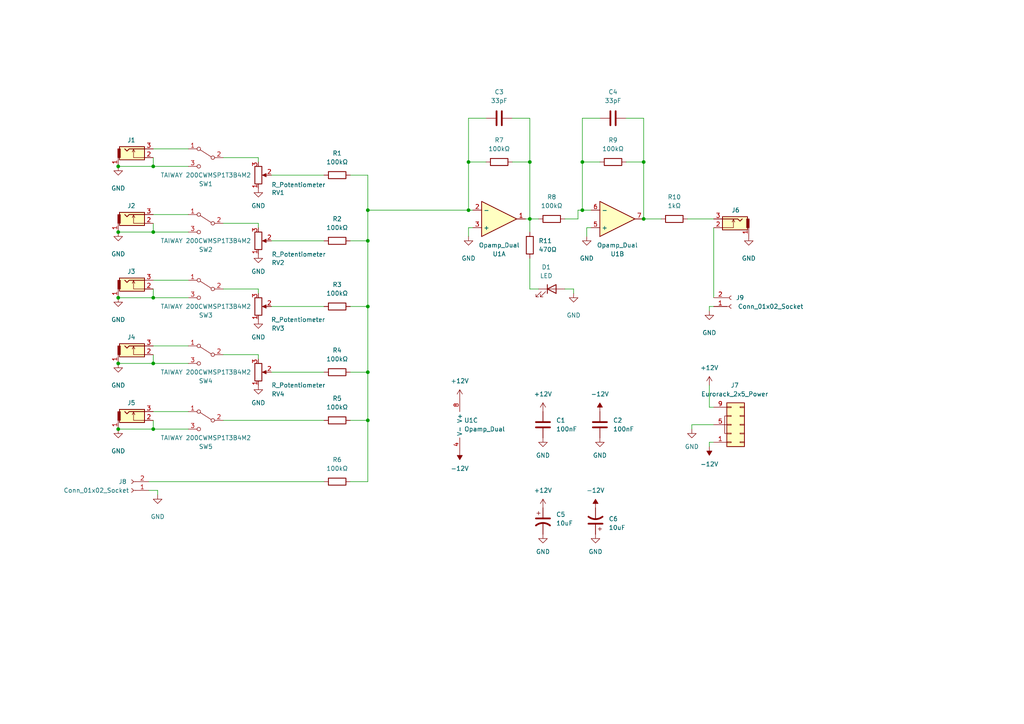
<source format=kicad_sch>
(kicad_sch (version 20230121) (generator eeschema)
  (paper "A4")
  (title_block (title "Mixer") (date "2023-08-13") (rev "v0.4") (company "Free Modular"))
  (lib_symbols
    (symbol "Connector:Conn_01x02_Socket" (pin_names (offset 1.016) hide)
      (property "Reference" "J" (at 0 2.54 0))
      (property "Value" "Conn_01x02_Socket" (at 0 -5.08 0))
      (symbol "Conn_01x02_Socket_1_1"
        (arc (start 0 -2.032) (mid -0.5058 -2.54) (end 0 -3.048) (stroke (width 0.1524)))
        (polyline (pts (xy -1.27 -2.54) (xy -0.508 -2.54)) (stroke (width 0.1524)))
        (polyline (pts (xy -1.27 0) (xy -0.508 0)) (stroke (width 0.1524)))
        (arc (start 0 0.508) (mid -0.5058 0) (end 0 -0.508) (stroke (width 0.1524)))
        (pin passive line (at -5.08 0 0) (length 3.81) (name "Pin_1") (number "1"))
        (pin passive line (at -5.08 -2.54 0) (length 3.81) (name "Pin_2") (number "2"))
      )
    )
    (symbol "Device:C" (pin_numbers hide) (pin_names (offset 0.254))
      (property "Reference" "C" (at 0.635 2.54 0))
      (property "Value" "C" (at 0.635 -2.54 0))
      (symbol "C_0_1"
        (polyline (pts (xy -2.032 -0.762) (xy 2.032 -0.762)) (stroke (width 0.508)))
        (polyline (pts (xy -2.032 0.762) (xy 2.032 0.762)) (stroke (width 0.508)))
      )
      (symbol "C_1_1"
        (pin passive line (at 0 3.81 270) (length 2.794) (name "~") (number "1"))
        (pin passive line (at 0 -3.81 90) (length 2.794) (name "~") (number "2"))
      )
    )
    (symbol "Device:C_Polarized_US" (pin_numbers hide) (pin_names (offset 0.254) hide)
      (property "Reference" "C" (at 0.635 2.54 0))
      (property "Value" "C_Polarized_US" (at 0.635 -2.54 0))
      (symbol "C_Polarized_US_0_1"
        (polyline (pts (xy -2.032 0.762) (xy 2.032 0.762)) (stroke (width 0.508)))
        (polyline (pts (xy -1.778 2.286) (xy -0.762 2.286)))
        (polyline (pts (xy -1.27 1.778) (xy -1.27 2.794)))
        (arc (start 2.032 -1.27) (mid 0 -0.5572) (end -2.032 -1.27) (stroke (width 0.508)))
      )
      (symbol "C_Polarized_US_1_1"
        (pin passive line (at 0 3.81 270) (length 2.794) (name "~") (number "1"))
        (pin passive line (at 0 -3.81 90) (length 3.302) (name "~") (number "2"))
      )
    )
    (symbol "Device:LED" (pin_numbers hide) (pin_names (offset 1.016) hide)
      (property "Reference" "D" (at 0 2.54 0))
      (property "Value" "LED" (at 0 -2.54 0))
      (symbol "LED_0_1"
        (polyline (pts (xy -1.27 -1.27) (xy -1.27 1.27)) (stroke (width 0.254)))
        (polyline (pts (xy -1.27 0) (xy 1.27 0)))
        (polyline (pts (xy 1.27 -1.27) (xy 1.27 1.27) (xy -1.27 0) (xy 1.27 -1.27)) (stroke (width 0.254)))
        (polyline (pts (xy -3.048 -0.762) (xy -4.572 -2.286) (xy -3.81 -2.286) (xy -4.572 -2.286) (xy -4.572 -1.524)))
        (polyline (pts (xy -1.778 -0.762) (xy -3.302 -2.286) (xy -2.54 -2.286) (xy -3.302 -2.286) (xy -3.302 -1.524)))
      )
      (symbol "LED_1_1"
        (pin passive line (at -3.81 0 0) (length 2.54) (name "K") (number "1"))
        (pin passive line (at 3.81 0 180) (length 2.54) (name "A") (number "2"))
      )
    )
    (symbol "Device:Opamp_Dual"
      (property "Reference" "U" (at 0 5.08 0))
      (property "Value" "Opamp_Dual" (at 0 -5.08 0))
      (symbol "Opamp_Dual_1_1"
        (polyline (pts (xy -5.08 5.08) (xy 5.08 0) (xy -5.08 -5.08) (xy -5.08 5.08)) (stroke (width 0.254)) (fill (type background)))
        (pin output line (at 7.62 0 180) (length 2.54) (name "~") (number "1"))
        (pin input line (at -7.62 -2.54 0) (length 2.54) (name "-") (number "2"))
        (pin input line (at -7.62 2.54 0) (length 2.54) (name "+") (number "3"))
      )
      (symbol "Opamp_Dual_2_1"
        (polyline (pts (xy -5.08 5.08) (xy 5.08 0) (xy -5.08 -5.08) (xy -5.08 5.08)) (stroke (width 0.254)) (fill (type background)))
        (pin input line (at -7.62 2.54 0) (length 2.54) (name "+") (number "5"))
        (pin input line (at -7.62 -2.54 0) (length 2.54) (name "-") (number "6"))
        (pin output line (at 7.62 0 180) (length 2.54) (name "~") (number "7"))
      )
      (symbol "Opamp_Dual_3_1"
        (pin power_in line (at -2.54 -7.62 90) (length 3.81) (name "V-") (number "4"))
        (pin power_in line (at -2.54 7.62 270) (length 3.81) (name "V+") (number "8"))
      )
    )
    (symbol "Device:R" (pin_numbers hide) (pin_names (offset 0))
      (property "Reference" "R" (at 2.032 0 90))
      (property "Value" "R" (at 0 0 90))
      (symbol "R_0_1"
        (rectangle (start -1.016 -2.54) (end 1.016 2.54) (stroke (width 0.254)))
      )
      (symbol "R_1_1"
        (pin passive line (at 0 3.81 270) (length 1.27) (name "~") (number "1"))
        (pin passive line (at 0 -3.81 90) (length 1.27) (name "~") (number "2"))
      )
    )
    (symbol "Device:R_Potentiometer" (pin_names (offset 1.016) hide)
      (property "Reference" "RV" (at -4.445 0 90))
      (property "Value" "R_Potentiometer" (at -2.54 0 90))
      (symbol "R_Potentiometer_0_1"
        (polyline (pts (xy 2.54 0) (xy 1.524 0)))
        (polyline (pts (xy 1.143 0) (xy 2.286 0.508) (xy 2.286 -0.508) (xy 1.143 0)) (fill (type outline)))
        (rectangle (start 1.016 2.54) (end -1.016 -2.54) (stroke (width 0.254)))
      )
      (symbol "R_Potentiometer_1_1"
        (pin passive line (at 0 3.81 270) (length 1.27) (name "1") (number "1"))
        (pin passive line (at 3.81 0 180) (length 1.27) (name "2") (number "2"))
        (pin passive line (at 0 -3.81 90) (length 1.27) (name "3") (number "3"))
      )
    )
    (symbol "FreeModular:Eurorack_2x5_Power" (pin_names (offset 1.016) hide)
      (property "Reference" "J7" (at 5.08 0 0))
      (property "Value" "Eurorack_2x5_Power" (at 5.08 -2.54 0))
      (symbol "Eurorack_2x5_Power_0_1"
        (polyline (pts (xy -1.27 5.08) (xy -1.905 5.08) (xy -1.905 0) (xy -1.27 0)))
      )
      (symbol "Eurorack_2x5_Power_1_1"
        (rectangle (start -1.27 -2.413) (end 0 -2.667) (stroke (width 0.1524)))
        (rectangle (start -1.27 0.127) (end 0 -0.127) (stroke (width 0.1524)))
        (rectangle (start -1.27 2.667) (end 0 2.413) (stroke (width 0.1524)))
        (rectangle (start -1.27 5.207) (end 0 4.953) (stroke (width 0.1524)))
        (rectangle (start -1.27 7.747) (end 0 7.493) (stroke (width 0.1524)))
        (rectangle (start -1.27 8.89) (end 3.81 -3.81) (stroke (width 0.254)) (fill (type background)))
        (rectangle (start 3.81 -2.413) (end 2.54 -2.667) (stroke (width 0.1524)))
        (rectangle (start 3.81 0.127) (end 2.54 -0.127) (stroke (width 0.1524)))
        (rectangle (start 3.81 2.667) (end 2.54 2.413) (stroke (width 0.1524)))
        (rectangle (start 3.81 5.207) (end 2.54 4.953) (stroke (width 0.1524)))
        (rectangle (start 3.81 7.747) (end 2.54 7.493) (stroke (width 0.1524)))
        (pin power_out line (at -5.08 7.62 0) (length 3.81) (name "-12v") (number "1"))
        (pin passive line (at -5.08 -2.54 0) (length 3.81) hide (name "+12v") (number "10"))
        (pin passive line (at -5.08 7.62 0) (length 3.81) hide (name "-12v") (number "2"))
        (pin passive line (at -5.08 2.54 0) (length 3.81) hide (name "GND") (number "3"))
        (pin passive line (at -5.08 2.54 0) (length 3.81) hide (name "GND") (number "4"))
        (pin passive line (at -5.08 2.54 0) (length 3.81) (name "GND") (number "5"))
        (pin passive line (at -5.08 2.54 0) (length 3.81) hide (name "GND") (number "6"))
        (pin passive line (at -5.08 2.54 0) (length 3.81) hide (name "GND") (number "7"))
        (pin passive line (at -5.08 2.54 0) (length 3.81) hide (name "GND") (number "8"))
        (pin power_out line (at -5.08 -2.54 0) (length 3.81) (name "+12v") (number "9"))
      )
    )
    (symbol "FreeModular:SW_SPDT_small" (pin_names (offset 0) hide)
      (property "Reference" "SW3" (at 0.8945 7.6757 0))
      (property "Value" "TAIWAY 200CWMSP1T3B4M2" (at 12.7 5.08 0))
      (symbol "SW_SPDT_small_0_0"
        (circle (center -2.032 0) (radius 0.508))
        (circle (center 2.032 -2.54) (radius 0.508))
      )
      (symbol "SW_SPDT_small_0_1"
        (polyline (pts (xy -1.524 0.254) (xy 1.651 2.286)))
        (circle (center 2.032 2.54) (radius 0.508))
      )
      (symbol "SW_SPDT_small_1_1"
        (pin passive line (at 5.08 2.54 180) (length 2.54) (name "A") (number "1"))
        (pin passive line (at -5.08 0 0) (length 2.54) (name "B") (number "2"))
        (pin passive line (at 5.08 -2.54 180) (length 2.54) (name "C") (number "3"))
      )
    )
    (symbol "FreeModular:THONKICONN" (pin_names (offset 1.016))
      (property "Reference" "J" (at -1.27 4.445 0))
      (symbol "THONKICONN_0_1"
        (rectangle (start -4.699 3.175) (end 2.54 -0.635) (stroke (width 0.254)) (fill (type background)))
        (rectangle (start -4.445 0) (end -5.207 2.54) (fill (type outline)))
        (polyline (pts (xy -0.635 2.413) (xy -0.254 1.651)))
        (polyline (pts (xy 2.54 0) (xy -0.635 0) (xy -0.635 2.413) (xy -1.016 1.651)))
        (polyline (pts (xy 2.54 2.54) (xy -1.905 2.54) (xy -2.54 1.905) (xy -3.175 2.54)) (stroke (width 0.254)))
      )
      (symbol "THONKICONN_1_1"
        (pin passive line (at -5.08 -2.54 90) (length 2.54) (name "~") (number "1"))
        (pin passive line (at 5.08 0 180) (length 2.54) (name "~") (number "2"))
        (pin passive line (at 5.08 2.54 180) (length 2.54) (name "~") (number "3"))
      )
    )
    (symbol "power:+12V" (power) (pin_names (offset 0))
      (property "Value" "+12V" (at 0 3.556 0))
      (symbol "+12V_0_1"
        (polyline (pts (xy -0.762 1.27) (xy 0 2.54)))
        (polyline (pts (xy 0 0) (xy 0 2.54)))
        (polyline (pts (xy 0 2.54) (xy 0.762 1.27)))
      )
      (symbol "+12V_1_1"
        (pin power_in line (at 0 0 90) (length 0) hide (name "+12V") (number "1"))
      )
    )
    (symbol "power:-12V" (power) (pin_names (offset 0))
      (property "Value" "-12V" (at 0 3.81 0))
      (symbol "-12V_0_0"
        (pin power_in line (at 0 0 90) (length 0) hide (name "-12V") (number "1"))
      )
      (symbol "-12V_0_1"
        (polyline (pts (xy 0 0) (xy 0 1.27) (xy 0.762 1.27) (xy 0 2.54) (xy -0.762 1.27) (xy 0 1.27)) (fill (type outline)))
      )
    )
    (symbol "power:GND" (power) (pin_names (offset 0))
      (property "Value" "GND" (at 0 -3.81 0))
      (symbol "GND_0_1"
        (polyline (pts (xy 0 0) (xy 0 -1.27) (xy 1.27 -1.27) (xy 0 -2.54) (xy -1.27 -1.27) (xy 0 -1.27)))
      )
      (symbol "GND_1_1"
        (pin power_in line (at 0 0 270) (length 0) hide (name "GND") (number "1"))
      )
    )
  )
  (junction (at 44.45 86.36))
  (junction (at 106.68 107.95))
  (junction (at 153.67 63.5))
  (junction (at 34.29 67.31))
  (junction (at 44.45 48.26))
  (junction (at 34.29 48.26))
  (junction (at 168.91 46.99))
  (junction (at 34.29 124.46))
  (junction (at 44.45 124.46))
  (junction (at 168.91 60.96))
  (junction (at 106.68 69.85))
  (junction (at 44.45 67.31))
  (junction (at 135.89 46.99))
  (junction (at 106.68 60.96))
  (junction (at 135.89 60.96))
  (junction (at 186.69 46.99))
  (junction (at 34.29 86.36))
  (junction (at 106.68 88.9))
  (junction (at 153.67 46.99))
  (junction (at 186.69 63.5))
  (junction (at 44.45 105.41))
  (junction (at 34.29 105.41))
  (junction (at 106.68 121.92))
  (wire (pts (xy 135.89 60.96) (xy 135.89 46.99)))
  (wire (pts (xy 181.61 34.29) (xy 186.69 34.29)))
  (wire (pts (xy 168.91 46.99) (xy 173.99 46.99)))
  (wire (pts (xy 74.93 102.87) (xy 74.93 104.14)))
  (wire (pts (xy 106.68 107.95) (xy 106.68 121.92)))
  (wire (pts (xy 167.64 60.96) (xy 167.64 63.5)))
  (wire (pts (xy 135.89 60.96) (xy 137.16 60.96)))
  (wire (pts (xy 148.59 34.29) (xy 153.67 34.29)))
  (wire (pts (xy 101.6 88.9) (xy 106.68 88.9)))
  (wire (pts (xy 34.29 124.46) (xy 44.45 124.46)))
  (wire (pts (xy 168.91 60.96) (xy 168.91 46.99)))
  (wire (pts (xy 205.74 129.54) (xy 205.74 128.27)))
  (wire (pts (xy 106.68 121.92) (xy 106.68 139.7)))
  (wire (pts (xy 170.18 68.58) (xy 170.18 66.04)))
  (wire (pts (xy 153.67 63.5) (xy 156.21 63.5)))
  (wire (pts (xy 44.45 67.31) (xy 44.45 64.77)))
  (wire (pts (xy 152.4 63.5) (xy 153.67 63.5)))
  (wire (pts (xy 207.01 123.19) (xy 200.66 123.19)))
  (wire (pts (xy 153.67 63.5) (xy 153.67 67.31)))
  (wire (pts (xy 101.6 121.92) (xy 106.68 121.92)))
  (wire (pts (xy 205.74 111.76) (xy 205.74 118.11)))
  (wire (pts (xy 43.18 139.7) (xy 93.98 139.7)))
  (wire (pts (xy 44.45 124.46) (xy 54.61 124.46)))
  (wire (pts (xy 44.45 119.38) (xy 54.61 119.38)))
  (wire (pts (xy 34.29 86.36) (xy 44.45 86.36)))
  (wire (pts (xy 78.74 50.8) (xy 93.98 50.8)))
  (wire (pts (xy 64.77 83.82) (xy 74.93 83.82)))
  (wire (pts (xy 78.74 88.9) (xy 93.98 88.9)))
  (wire (pts (xy 168.91 46.99) (xy 168.91 34.29)))
  (wire (pts (xy 44.45 48.26) (xy 54.61 48.26)))
  (wire (pts (xy 64.77 45.72) (xy 74.93 45.72)))
  (wire (pts (xy 163.83 83.82) (xy 166.37 83.82)))
  (wire (pts (xy 44.45 86.36) (xy 44.45 83.82)))
  (wire (pts (xy 44.45 100.33) (xy 54.61 100.33)))
  (wire (pts (xy 74.93 64.77) (xy 74.93 66.04)))
  (wire (pts (xy 74.93 83.82) (xy 74.93 85.09)))
  (wire (pts (xy 43.18 142.24) (xy 45.72 142.24)))
  (wire (pts (xy 106.68 60.96) (xy 135.89 60.96)))
  (wire (pts (xy 205.74 88.9) (xy 205.74 90.17)))
  (wire (pts (xy 106.68 69.85) (xy 106.68 88.9)))
  (wire (pts (xy 135.89 66.04) (xy 137.16 66.04)))
  (wire (pts (xy 64.77 64.77) (xy 74.93 64.77)))
  (wire (pts (xy 106.68 50.8) (xy 106.68 60.96)))
  (wire (pts (xy 44.45 124.46) (xy 44.45 121.92)))
  (wire (pts (xy 170.18 66.04) (xy 171.45 66.04)))
  (wire (pts (xy 205.74 128.27) (xy 207.01 128.27)))
  (wire (pts (xy 34.29 105.41) (xy 44.45 105.41)))
  (wire (pts (xy 106.68 88.9) (xy 106.68 107.95)))
  (wire (pts (xy 106.68 60.96) (xy 106.68 69.85)))
  (wire (pts (xy 186.69 34.29) (xy 186.69 46.99)))
  (wire (pts (xy 34.29 48.26) (xy 44.45 48.26)))
  (wire (pts (xy 200.66 123.19) (xy 200.66 124.46)))
  (wire (pts (xy 78.74 107.95) (xy 93.98 107.95)))
  (wire (pts (xy 64.77 121.92) (xy 93.98 121.92)))
  (wire (pts (xy 44.45 105.41) (xy 54.61 105.41)))
  (wire (pts (xy 44.45 86.36) (xy 54.61 86.36)))
  (wire (pts (xy 106.68 139.7) (xy 101.6 139.7)))
  (wire (pts (xy 153.67 46.99) (xy 153.67 63.5)))
  (wire (pts (xy 168.91 34.29) (xy 173.99 34.29)))
  (wire (pts (xy 168.91 60.96) (xy 171.45 60.96)))
  (wire (pts (xy 101.6 50.8) (xy 106.68 50.8)))
  (wire (pts (xy 44.45 105.41) (xy 44.45 102.87)))
  (wire (pts (xy 186.69 46.99) (xy 186.69 63.5)))
  (wire (pts (xy 207.01 66.04) (xy 207.01 86.36)))
  (wire (pts (xy 199.39 63.5) (xy 207.01 63.5)))
  (wire (pts (xy 153.67 74.93) (xy 153.67 83.82)))
  (wire (pts (xy 163.83 63.5) (xy 167.64 63.5)))
  (wire (pts (xy 135.89 46.99) (xy 135.89 34.29)))
  (wire (pts (xy 44.45 43.18) (xy 54.61 43.18)))
  (wire (pts (xy 101.6 107.95) (xy 106.68 107.95)))
  (wire (pts (xy 78.74 69.85) (xy 93.98 69.85)))
  (wire (pts (xy 153.67 34.29) (xy 153.67 46.99)))
  (wire (pts (xy 186.69 63.5) (xy 191.77 63.5)))
  (wire (pts (xy 135.89 68.58) (xy 135.89 66.04)))
  (wire (pts (xy 207.01 118.11) (xy 205.74 118.11)))
  (wire (pts (xy 167.64 60.96) (xy 168.91 60.96)))
  (wire (pts (xy 153.67 83.82) (xy 156.21 83.82)))
  (wire (pts (xy 135.89 34.29) (xy 140.97 34.29)))
  (wire (pts (xy 44.45 67.31) (xy 54.61 67.31)))
  (wire (pts (xy 148.59 46.99) (xy 153.67 46.99)))
  (wire (pts (xy 166.37 83.82) (xy 166.37 85.09)))
  (wire (pts (xy 44.45 81.28) (xy 54.61 81.28)))
  (wire (pts (xy 64.77 102.87) (xy 74.93 102.87)))
  (wire (pts (xy 101.6 69.85) (xy 106.68 69.85)))
  (wire (pts (xy 44.45 62.23) (xy 54.61 62.23)))
  (wire (pts (xy 74.93 45.72) (xy 74.93 46.99)))
  (wire (pts (xy 45.72 142.24) (xy 45.72 143.51)))
  (wire (pts (xy 181.61 46.99) (xy 186.69 46.99)))
  (wire (pts (xy 207.01 88.9) (xy 205.74 88.9)))
  (wire (pts (xy 34.29 67.31) (xy 44.45 67.31)))
  (wire (pts (xy 44.45 48.26) (xy 44.45 45.72)))
  (wire (pts (xy 135.89 46.99) (xy 140.97 46.99)))
  (symbol (lib_id "Connector:Conn_01x02_Socket") (at 38.1 142.24 180) (unit 1)
    (property "Reference" "J8" (at 35.56 139.7 0))
    (property "Value" "Conn_01x02_Socket" (at 27.94 142.24 0))
    (property "Footprint" "Connector_PinHeader_2.54mm:PinHeader_1x02_P2.54mm_Vertical" (effects hide))
  )
  (symbol (lib_id "Device:R") (at 97.79 88.9 90) (unit 1)
    (property "Reference" "R3" (at 97.79 82.55 90))
    (property "Value" "100kΩ" (at 97.79 85.09 90))
    (property "Footprint" "Resistor_THT:R_Axial_DIN0207_L6.3mm_D2.5mm_P10.16mm_Horizontal" (effects hide))
  )
  (symbol (lib_id "power:GND") (at 170.18 68.58 0) (unit 1)
    (property "Reference" "#PWR013" (effects hide))
    (property "Value" "GND" (at 170.18 74.93 0))
  )
  (symbol (lib_id "FreeModular:SW_SPDT_small") (at 59.69 83.82 0) (mirror y) (unit 1)
    (property "Reference" "SW3" (at 59.69 91.44 0))
    (property "Value" "TAIWAY 200CWMSP1T3B4M2" (at 59.69 88.9 0))
    (property "Footprint" "FreeModualr:TAIWAY 200CWMSP1T3B4M2" (effects hide))
    (property "Datasheet" "https://www.taiway.com/resource/annexes/product_items/81/383d79ce24fd13ac9c4d36337853e90c.pdf" (effects hide))
  )
  (symbol (lib_id "power:GND") (at 157.48 127 0) (unit 1)
    (property "Reference" "#PWR017" (effects hide))
    (property "Value" "GND" (at 157.48 132.08 0))
  )
  (symbol (lib_id "FreeModular:SW_SPDT_small") (at 59.69 102.87 0) (mirror y) (unit 1)
    (property "Reference" "SW4" (at 59.69 110.49 0))
    (property "Value" "TAIWAY 200CWMSP1T3B4M2" (at 59.69 107.95 0))
    (property "Footprint" "FreeModualr:TAIWAY 200CWMSP1T3B4M2" (effects hide))
    (property "Datasheet" "https://www.taiway.com/resource/annexes/product_items/81/383d79ce24fd13ac9c4d36337853e90c.pdf" (effects hide))
  )
  (symbol (lib_id "power:GND") (at 166.37 85.09 0) (unit 1)
    (property "Reference" "#PWR011" (effects hide))
    (property "Value" "GND" (at 166.37 91.44 0))
  )
  (symbol (lib_id "power:GND") (at 74.93 73.66 0) (unit 1)
    (property "Reference" "#PWR03" (effects hide))
    (property "Value" "GND" (at 74.93 78.74 0))
  )
  (symbol (lib_id "Device:R_Potentiometer") (at 74.93 107.95 0) (mirror x) (unit 1)
    (property "Reference" "RV4" (at 82.55 114.3 0) (effects (justify right)))
    (property "Value" "R_Potentiometer" (at 94.4104 111.7299 0) (effects (justify right)))
    (property "Footprint" "FreeModualr:Alpha_Potentiometer_Grounded" (effects hide))
  )
  (symbol (lib_id "FreeModular:THONKICONN") (at 39.37 83.82 0) (unit 1)
    (property "Reference" "J3" (at 38.1 78.74 0))
    (property "Value" "THONKICONN" (effects hide))
    (property "Footprint" "FreeModualr:THONKICONN" (effects hide))
  )
  (symbol (lib_id "power:GND") (at 172.72 154.94 0) (unit 1)
    (property "Reference" "#PWR028" (effects hide))
    (property "Value" "GND" (at 172.72 160.02 0))
  )
  (symbol (lib_id "power:GND") (at 34.29 67.31 0) (unit 1)
    (property "Reference" "#PWR02" (effects hide))
    (property "Value" "GND" (at 34.29 73.66 0))
  )
  (symbol (lib_id "Device:R") (at 153.67 71.12 180) (unit 1)
    (property "Reference" "R11" (at 156.21 69.85 0) (effects (justify right)))
    (property "Value" "470Ω" (at 156.21 72.39 0) (effects (justify right)))
    (property "Footprint" "Resistor_THT:R_Axial_DIN0207_L6.3mm_D2.5mm_P10.16mm_Horizontal" (effects hide))
  )
  (symbol (lib_id "power:GND") (at 34.29 105.41 0) (unit 1)
    (property "Reference" "#PWR05" (effects hide))
    (property "Value" "GND" (at 34.29 111.76 0))
  )
  (symbol (lib_id "Device:R") (at 177.8 46.99 90) (unit 1)
    (property "Reference" "R9" (at 177.8 40.64 90))
    (property "Value" "100kΩ" (at 177.8 43.18 90))
    (property "Footprint" "Resistor_THT:R_Axial_DIN0207_L6.3mm_D2.5mm_P10.16mm_Horizontal" (effects hide))
  )
  (symbol (lib_id "Device:C") (at 173.99 123.19 0) (unit 1)
    (property "Reference" "C2" (at 177.8 121.92 0) (effects (justify left)))
    (property "Value" "100nF" (at 177.8 124.46 0) (effects (justify left)))
    (property "Footprint" "Capacitor_THT:C_Disc_D4.7mm_W2.5mm_P5.00mm" (effects hide))
  )
  (symbol (lib_id "FreeModular:Eurorack_2x5_Power") (at 212.09 120.65 0) (mirror x) (unit 1)
    (property "Reference" "J7" (at 213.106 111.76 0))
    (property "Value" "Eurorack_2x5_Power" (at 213.106 114.3 0))
    (property "Footprint" "Connector_IDC:IDC-Header_2x05_P2.54mm_Vertical" (effects hide))
  )
  (symbol (lib_id "power:GND") (at 217.17 68.58 0) (unit 1)
    (property "Reference" "#PWR010" (effects hide))
    (property "Value" "GND" (at 217.17 74.93 0))
  )
  (symbol (lib_id "power:-12V") (at 205.74 129.54 0) (mirror x) (unit 1)
    (property "Reference" "#PWR020" (effects hide))
    (property "Value" "-12V" (at 205.74 134.62 0))
  )
  (symbol (lib_id "Device:C_Polarized_US") (at 157.48 151.13 0) (unit 1)
    (property "Reference" "C5" (at 161.29 149.225 0) (effects (justify left)))
    (property "Value" "10uF" (at 161.29 151.765 0) (effects (justify left)))
    (property "Footprint" "Capacitor_THT:CP_Radial_D4.0mm_P2.00mm" (effects hide))
  )
  (symbol (lib_id "Device:C") (at 144.78 34.29 90) (unit 1)
    (property "Reference" "C3" (at 144.78 26.67 90))
    (property "Value" "33pF" (at 144.78 29.21 90))
    (property "Footprint" "Capacitor_THT:C_Disc_D4.7mm_W2.5mm_P5.00mm" (effects hide))
  )
  (symbol (lib_id "Connector:Conn_01x02_Socket") (at 212.09 88.9 0) (mirror x) (unit 1)
    (property "Reference" "J9" (at 214.63 86.36 0))
    (property "Value" "Conn_01x02_Socket" (at 223.52 88.9 0))
    (property "Footprint" "Connector_PinHeader_2.54mm:PinHeader_1x02_P2.54mm_Vertical" (effects hide))
  )
  (symbol (lib_id "Device:R") (at 97.79 121.92 90) (unit 1)
    (property "Reference" "R5" (at 97.79 115.57 90))
    (property "Value" "100kΩ" (at 97.79 118.11 90))
    (property "Footprint" "Resistor_THT:R_Axial_DIN0207_L6.3mm_D2.5mm_P10.16mm_Horizontal" (effects hide))
  )
  (symbol (lib_id "power:GND") (at 173.99 127 0) (unit 1)
    (property "Reference" "#PWR019" (effects hide))
    (property "Value" "GND" (at 173.99 132.08 0))
  )
  (symbol (lib_id "Device:C_Polarized_US") (at 172.72 151.13 180) (unit 1)
    (property "Reference" "C6" (at 176.53 150.495 0) (effects (justify right)))
    (property "Value" "10uF" (at 176.53 153.035 0) (effects (justify right)))
    (property "Footprint" "Capacitor_THT:CP_Radial_D4.0mm_P2.00mm" (effects hide))
  )
  (symbol (lib_id "power:GND") (at 135.89 68.58 0) (unit 1)
    (property "Reference" "#PWR012" (effects hide))
    (property "Value" "GND" (at 135.89 74.93 0))
  )
  (symbol (lib_id "Device:C") (at 177.8 34.29 90) (unit 1)
    (property "Reference" "C4" (at 177.8 26.67 90))
    (property "Value" "33pF" (at 177.8 29.21 90))
    (property "Footprint" "Capacitor_THT:C_Disc_D4.7mm_W2.5mm_P5.00mm" (effects hide))
  )
  (symbol (lib_id "power:GND") (at 34.29 124.46 0) (unit 1)
    (property "Reference" "#PWR09" (effects hide))
    (property "Value" "GND" (at 34.29 130.81 0))
  )
  (symbol (lib_id "power:GND") (at 34.29 48.26 0) (unit 1)
    (property "Reference" "#PWR01" (effects hide))
    (property "Value" "GND" (at 34.29 54.61 0))
  )
  (symbol (lib_id "power:-12V") (at 173.99 119.38 0) (unit 1)
    (property "Reference" "#PWR018" (effects hide))
    (property "Value" "-12V" (at 173.99 114.3 0))
  )
  (symbol (lib_id "FreeModular:THONKICONN") (at 39.37 45.72 0) (unit 1)
    (property "Reference" "J1" (at 38.1 40.64 0))
    (property "Value" "THONKICONN" (effects hide))
    (property "Footprint" "FreeModualr:THONKICONN" (effects hide))
  )
  (symbol (lib_id "FreeModular:SW_SPDT_small") (at 59.69 64.77 0) (mirror y) (unit 1)
    (property "Reference" "SW2" (at 59.69 72.39 0))
    (property "Value" "TAIWAY 200CWMSP1T3B4M2" (at 59.69 69.85 0))
    (property "Footprint" "FreeModualr:TAIWAY 200CWMSP1T3B4M2" (effects hide))
    (property "Datasheet" "https://www.taiway.com/resource/annexes/product_items/81/383d79ce24fd13ac9c4d36337853e90c.pdf" (effects hide))
  )
  (symbol (lib_id "Device:R_Potentiometer") (at 74.93 69.85 0) (mirror x) (unit 1)
    (property "Reference" "RV2" (at 82.55 76.2 0) (effects (justify right)))
    (property "Value" "R_Potentiometer" (at 94.5013 73.7708 0) (effects (justify right)))
    (property "Footprint" "FreeModualr:Alpha_Potentiometer_Grounded" (effects hide))
  )
  (symbol (lib_id "power:+12V") (at 157.48 119.38 0) (unit 1)
    (property "Reference" "#PWR016" (effects hide))
    (property "Value" "+12V" (at 157.48 114.3 0))
  )
  (symbol (lib_id "Device:R") (at 97.79 107.95 90) (unit 1)
    (property "Reference" "R4" (at 97.79 101.6 90))
    (property "Value" "100kΩ" (at 97.79 104.14 90))
    (property "Footprint" "Resistor_THT:R_Axial_DIN0207_L6.3mm_D2.5mm_P10.16mm_Horizontal" (effects hide))
  )
  (symbol (lib_id "power:GND") (at 74.93 111.76 0) (unit 1)
    (property "Reference" "#PWR08" (effects hide))
    (property "Value" "GND" (at 74.93 116.84 0))
  )
  (symbol (lib_id "Device:R") (at 195.58 63.5 90) (unit 1)
    (property "Reference" "R10" (at 195.58 57.15 90))
    (property "Value" "1kΩ" (at 195.58 59.69 90))
    (property "Footprint" "Resistor_THT:R_Axial_DIN0207_L6.3mm_D2.5mm_P10.16mm_Horizontal" (effects hide))
  )
  (symbol (lib_id "FreeModular:THONKICONN") (at 39.37 121.92 0) (unit 1)
    (property "Reference" "J5" (at 38.1 116.84 0))
    (property "Value" "THONKICONN" (effects hide))
    (property "Footprint" "FreeModualr:THONKICONN" (effects hide))
  )
  (symbol (lib_id "FreeModular:SW_SPDT_small") (at 59.69 45.72 0) (mirror y) (unit 1)
    (property "Reference" "SW1" (at 59.69 53.34 0))
    (property "Value" "TAIWAY 200CWMSP1T3B4M2" (at 59.69 50.8 0))
    (property "Footprint" "FreeModualr:TAIWAY 200CWMSP1T3B4M2" (effects hide))
    (property "Datasheet" "https://www.taiway.com/resource/annexes/product_items/81/383d79ce24fd13ac9c4d36337853e90c.pdf" (effects hide))
  )
  (symbol (lib_id "Device:Opamp_Dual") (at 179.07 63.5 0) (mirror x) (unit 2)
    (property "Reference" "U1" (at 179.07 73.66 0))
    (property "Value" "Opamp_Dual" (at 179.07 71.12 0))
    (property "Footprint" "Package_DIP:DIP-8_W7.62mm" (effects hide))
  )
  (symbol (lib_id "power:GND") (at 45.72 143.51 0) (unit 1)
    (property "Reference" "#PWR023" (effects hide))
    (property "Value" "GND" (at 45.72 149.86 0))
  )
  (symbol (lib_id "Device:Opamp_Dual") (at 135.89 123.19 0) (unit 3)
    (property "Reference" "U1" (at 134.62 121.92 0) (effects (justify left)))
    (property "Value" "Opamp_Dual" (at 134.62 124.46 0) (effects (justify left)))
    (property "Footprint" "Package_DIP:DIP-8_W7.62mm" (effects hide))
  )
  (symbol (lib_id "FreeModular:THONKICONN") (at 212.09 66.04 0) (mirror y) (unit 1)
    (property "Reference" "J6" (at 213.36 60.96 0))
    (property "Value" "THONKICONN" (effects hide))
    (property "Footprint" "FreeModualr:THONKICONN" (effects hide))
  )
  (symbol (lib_id "power:GND") (at 205.74 90.17 0) (unit 1)
    (property "Reference" "#PWR024" (effects hide))
    (property "Value" "GND" (at 205.74 96.52 0))
  )
  (symbol (lib_id "power:GND") (at 157.48 154.94 0) (unit 1)
    (property "Reference" "#PWR026" (effects hide))
    (property "Value" "GND" (at 157.48 160.02 0))
  )
  (symbol (lib_id "power:GND") (at 34.29 86.36 0) (unit 1)
    (property "Reference" "#PWR04" (effects hide))
    (property "Value" "GND" (at 34.29 92.71 0))
  )
  (symbol (lib_id "Device:R") (at 97.79 50.8 90) (unit 1)
    (property "Reference" "R1" (at 97.79 44.45 90))
    (property "Value" "100kΩ" (at 97.79 46.99 90))
    (property "Footprint" "Resistor_THT:R_Axial_DIN0207_L6.3mm_D2.5mm_P10.16mm_Horizontal" (effects hide))
  )
  (symbol (lib_id "Device:R") (at 97.79 69.85 90) (unit 1)
    (property "Reference" "R2" (at 97.79 63.5 90))
    (property "Value" "100kΩ" (at 97.79 66.04 90))
    (property "Footprint" "Resistor_THT:R_Axial_DIN0207_L6.3mm_D2.5mm_P10.16mm_Horizontal" (effects hide))
  )
  (symbol (lib_id "power:-12V") (at 133.35 130.81 180) (unit 1)
    (property "Reference" "#PWR015" (effects hide))
    (property "Value" "-12V" (at 133.35 135.89 0))
  )
  (symbol (lib_id "Device:R") (at 160.02 63.5 90) (unit 1)
    (property "Reference" "R8" (at 160.02 57.15 90))
    (property "Value" "100kΩ" (at 160.02 59.69 90))
    (property "Footprint" "Resistor_THT:R_Axial_DIN0207_L6.3mm_D2.5mm_P10.16mm_Horizontal" (effects hide))
  )
  (symbol (lib_id "FreeModular:THONKICONN") (at 39.37 64.77 0) (unit 1)
    (property "Reference" "J2" (at 38.1 59.69 0))
    (property "Value" "THONKICONN" (effects hide))
    (property "Footprint" "FreeModualr:THONKICONN" (effects hide))
  )
  (symbol (lib_id "power:GND") (at 74.93 92.71 0) (unit 1)
    (property "Reference" "#PWR07" (effects hide))
    (property "Value" "GND" (at 74.93 97.79 0))
  )
  (symbol (lib_id "Device:LED") (at 160.02 83.82 0) (unit 1)
    (property "Reference" "D1" (at 158.4325 77.47 0))
    (property "Value" "LED" (at 158.4325 80.01 0))
    (property "Footprint" "LED_THT:LED_D3.0mm" (effects hide))
  )
  (symbol (lib_id "power:-12V") (at 172.72 147.32 0) (unit 1)
    (property "Reference" "#PWR027" (effects hide))
    (property "Value" "-12V" (at 172.72 142.24 0))
  )
  (symbol (lib_id "power:+12V") (at 157.48 147.32 0) (unit 1)
    (property "Reference" "#PWR025" (effects hide))
    (property "Value" "+12V" (at 157.48 142.24 0))
  )
  (symbol (lib_id "power:+12V") (at 205.74 111.76 0) (mirror y) (unit 1)
    (property "Reference" "#PWR022" (effects hide))
    (property "Value" "+12V" (at 205.74 106.68 0))
  )
  (symbol (lib_id "Device:R") (at 97.79 139.7 90) (unit 1)
    (property "Reference" "R6" (at 97.79 133.35 90))
    (property "Value" "100kΩ" (at 97.79 135.89 90))
    (property "Footprint" "Resistor_THT:R_Axial_DIN0207_L6.3mm_D2.5mm_P10.16mm_Horizontal" (effects hide))
  )
  (symbol (lib_id "FreeModular:THONKICONN") (at 39.37 102.87 0) (unit 1)
    (property "Reference" "J4" (at 38.1 97.79 0))
    (property "Value" "THONKICONN" (effects hide))
    (property "Footprint" "FreeModualr:THONKICONN" (effects hide))
  )
  (symbol (lib_id "Device:Opamp_Dual") (at 144.78 63.5 0) (mirror x) (unit 1)
    (property "Reference" "U1" (at 144.78 73.66 0))
    (property "Value" "Opamp_Dual" (at 144.78 71.12 0))
    (property "Footprint" "Package_DIP:DIP-8_W7.62mm" (effects hide))
  )
  (symbol (lib_id "Device:R_Potentiometer") (at 74.93 50.8 0) (mirror x) (unit 1)
    (property "Reference" "RV1" (at 82.55 55.88 0) (effects (justify right)))
    (property "Value" "R_Potentiometer" (at 94.4289 53.607 0) (effects (justify right)))
    (property "Footprint" "FreeModualr:Alpha_Potentiometer_Grounded" (effects hide))
  )
  (symbol (lib_id "Device:C") (at 157.48 123.19 0) (unit 1)
    (property "Reference" "C1" (at 161.29 121.92 0) (effects (justify left)))
    (property "Value" "100nF" (at 161.29 124.46 0) (effects (justify left)))
    (property "Footprint" "Capacitor_THT:C_Disc_D4.7mm_W2.5mm_P5.00mm" (effects hide))
  )
  (symbol (lib_id "Device:R_Potentiometer") (at 74.93 88.9 0) (mirror x) (unit 1)
    (property "Reference" "RV3" (at 82.55 95.25 0) (effects (justify right)))
    (property "Value" "R_Potentiometer" (at 94.338 92.7135 0) (effects (justify right)))
    (property "Footprint" "FreeModualr:Alpha_Potentiometer_Grounded" (effects hide))
  )
  (symbol (lib_id "FreeModular:SW_SPDT_small") (at 59.69 121.92 0) (mirror y) (unit 1)
    (property "Reference" "SW5" (at 59.69 129.54 0))
    (property "Value" "TAIWAY 200CWMSP1T3B4M2" (at 59.69 127 0))
    (property "Footprint" "FreeModualr:TAIWAY 200CWMSP1T3B4M2" (effects hide))
    (property "Datasheet" "https://www.taiway.com/resource/annexes/product_items/81/383d79ce24fd13ac9c4d36337853e90c.pdf" (effects hide))
  )
  (symbol (lib_id "Device:R") (at 144.78 46.99 90) (unit 1)
    (property "Reference" "R7" (at 144.78 40.64 90))
    (property "Value" "100kΩ" (at 144.78 43.18 90))
    (property "Footprint" "Resistor_THT:R_Axial_DIN0207_L6.3mm_D2.5mm_P10.16mm_Horizontal" (effects hide))
  )
  (symbol (lib_id "power:GND") (at 200.66 124.46 0) (mirror y) (unit 1)
    (property "Reference" "#PWR021" (effects hide))
    (property "Value" "GND" (at 200.66 129.54 0))
  )
  (symbol (lib_id "power:GND") (at 74.93 54.61 0) (unit 1)
    (property "Reference" "#PWR06" (effects hide))
    (property "Value" "GND" (at 74.93 59.69 0))
  )
  (symbol (lib_id "power:+12V") (at 133.35 115.57 0) (unit 1)
    (property "Reference" "#PWR014" (effects hide))
    (property "Value" "+12V" (at 133.35 110.49 0))
  )
)
</source>
